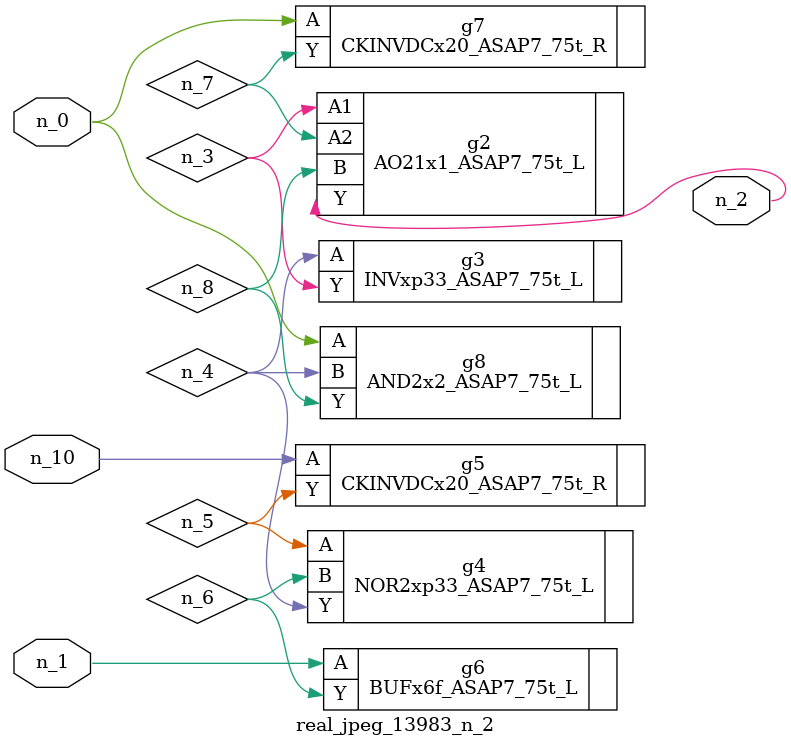
<source format=v>
module real_jpeg_13983_n_2 (n_1, n_10, n_0, n_2);

input n_1;
input n_10;
input n_0;

output n_2;

wire n_5;
wire n_4;
wire n_8;
wire n_6;
wire n_7;
wire n_3;

CKINVDCx20_ASAP7_75t_R g7 ( 
.A(n_0),
.Y(n_7)
);

AND2x2_ASAP7_75t_L g8 ( 
.A(n_0),
.B(n_4),
.Y(n_8)
);

BUFx6f_ASAP7_75t_L g6 ( 
.A(n_1),
.Y(n_6)
);

AO21x1_ASAP7_75t_L g2 ( 
.A1(n_3),
.A2(n_7),
.B(n_8),
.Y(n_2)
);

INVxp33_ASAP7_75t_L g3 ( 
.A(n_4),
.Y(n_3)
);

NOR2xp33_ASAP7_75t_L g4 ( 
.A(n_5),
.B(n_6),
.Y(n_4)
);

CKINVDCx20_ASAP7_75t_R g5 ( 
.A(n_10),
.Y(n_5)
);


endmodule
</source>
